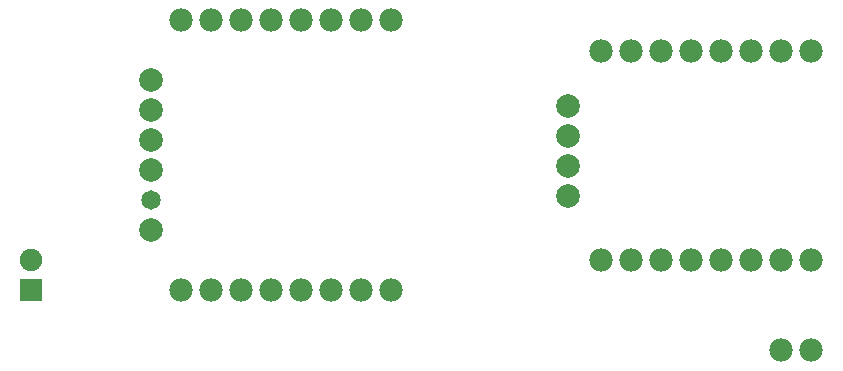
<source format=gbl>
G04 MADE WITH FRITZING*
G04 WWW.FRITZING.ORG*
G04 DOUBLE SIDED*
G04 HOLES PLATED*
G04 CONTOUR ON CENTER OF CONTOUR VECTOR*
%ASAXBY*%
%FSLAX23Y23*%
%MOIN*%
%OFA0B0*%
%SFA1.0B1.0*%
%ADD10C,0.078861*%
%ADD11C,0.064972*%
%ADD12C,0.078833*%
%ADD13C,0.077701*%
%ADD14C,0.077778*%
%ADD15C,0.075000*%
%ADD16C,0.078000*%
%ADD17R,0.075000X0.075000*%
%LNCOPPER0*%
G90*
G70*
G54D10*
X711Y610D03*
G54D11*
X711Y710D03*
G54D10*
X711Y810D03*
X711Y910D03*
X711Y1010D03*
X711Y1110D03*
G54D12*
X2101Y726D03*
X2101Y826D03*
X2101Y926D03*
X2101Y1026D03*
G54D13*
X2211Y510D03*
X2311Y510D03*
X2411Y510D03*
X2511Y510D03*
X2611Y510D03*
X2711Y510D03*
X2811Y510D03*
X2911Y510D03*
X2211Y1209D03*
X2311Y1209D03*
X2411Y1209D03*
X2511Y1209D03*
X2611Y1209D03*
X2711Y1209D03*
X2811Y1209D03*
X2911Y1209D03*
G54D14*
X1511Y1310D03*
X1411Y1310D03*
X1311Y1310D03*
X1211Y1310D03*
X1111Y1310D03*
X1011Y1310D03*
X911Y1310D03*
X811Y1310D03*
X811Y410D03*
X911Y410D03*
X1011Y410D03*
X1111Y410D03*
X1211Y410D03*
X1311Y410D03*
X1411Y410D03*
X1511Y410D03*
G54D15*
X311Y410D03*
X311Y510D03*
G54D16*
X2811Y210D03*
X2911Y210D03*
G54D17*
X311Y410D03*
G04 End of Copper0*
M02*
</source>
